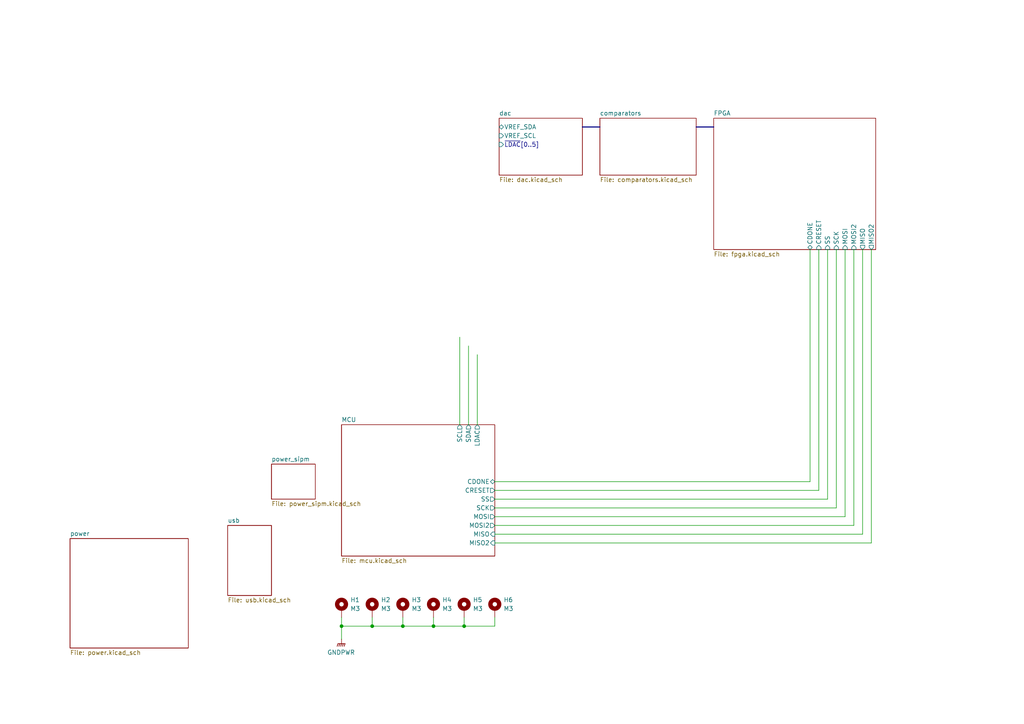
<source format=kicad_sch>
(kicad_sch (version 20250114) (generator "eeschema") (generator_version "9.0")
  (paper "A4")
  (lib_symbols
    (symbol "Mechanical:MountingHole_Pad" (pin_numbers (hide yes)) (pin_names (offset 1.016) (hide yes)) (in_bom no)
      (property "Reference" "H" (at 0 6.35 0))
      (property "Value" "MountingHole_Pad" (at 0 4.445 0))
      (symbol "MountingHole_Pad_0_1"
        (circle (center 0 1.27) (radius 1.27) (stroke (width 1.27)))
      )
      (symbol "MountingHole_Pad_1_1"
        (pin input line (at 0 -2.54 90) (length 2.54) (name "1") (number "1"))
      )
    )
    (symbol "power:GNDPWR" (power) (pin_numbers (hide yes)) (pin_names (offset 0) (hide yes))
      (property "Value" "GNDPWR" (at 0 -3.302 0))
      (symbol "GNDPWR_0_1"
        (polyline (pts (xy -1.016 -1.27) (xy -1.27 -2.032) (xy -1.27 -2.032)) (stroke (width 0.2032)))
        (polyline (pts (xy -0.508 -1.27) (xy -0.762 -2.032) (xy -0.762 -2.032)) (stroke (width 0.2032)))
        (polyline (pts (xy 0 -1.27) (xy 0 0)))
        (polyline (pts (xy 0 -1.27) (xy -0.254 -2.032) (xy -0.254 -2.032)) (stroke (width 0.2032)))
        (polyline (pts (xy 0.508 -1.27) (xy 0.254 -2.032) (xy 0.254 -2.032)) (stroke (width 0.2032)))
        (polyline (pts (xy 1.016 -1.27) (xy -1.016 -1.27) (xy -1.016 -1.27)) (stroke (width 0.2032)))
        (polyline (pts (xy 1.016 -1.27) (xy 0.762 -2.032) (xy 0.762 -2.032) (xy 0.762 -2.032)) (stroke (width 0.2032)))
      )
      (symbol "GNDPWR_1_1"
        (pin power_in line (at 0 0 270) (length 0) (name "~") (number "1"))
      )
    )
  )
  (junction (at 125.73 181.61))
  (junction (at 134.62 181.61))
  (junction (at 99.06 181.61))
  (junction (at 107.95 181.61))
  (junction (at 116.84 181.61))
  (wire (pts (xy 242.57 147.32) (xy 242.57 72.39)))
  (wire (pts (xy 245.11 149.86) (xy 245.11 72.39)))
  (wire (pts (xy 252.73 72.39) (xy 252.73 157.48)))
  (wire (pts (xy 116.84 181.61) (xy 125.73 181.61)))
  (wire (pts (xy 133.35 97.79) (xy 133.35 123.19)))
  (wire (pts (xy 134.62 181.61) (xy 143.51 181.61)))
  (wire (pts (xy 143.51 149.86) (xy 245.11 149.86)))
  (wire (pts (xy 107.95 181.61) (xy 116.84 181.61)))
  (wire (pts (xy 134.62 179.07) (xy 134.62 181.61)))
  (wire (pts (xy 247.65 72.39) (xy 247.65 152.4)))
  (wire (pts (xy 99.06 181.61) (xy 107.95 181.61)))
  (wire (pts (xy 99.06 179.07) (xy 99.06 181.61)))
  (wire (pts (xy 99.06 181.61) (xy 99.06 185.42)))
  (wire (pts (xy 250.19 154.94) (xy 250.19 72.39)))
  (wire (pts (xy 143.51 144.78) (xy 240.03 144.78)))
  (wire (pts (xy 143.51 147.32) (xy 242.57 147.32)))
  (wire (pts (xy 125.73 181.61) (xy 134.62 181.61)))
  (wire (pts (xy 234.95 72.39) (xy 234.95 139.7)))
  (wire (pts (xy 107.95 179.07) (xy 107.95 181.61)))
  (wire (pts (xy 252.73 157.48) (xy 143.51 157.48)))
  (wire (pts (xy 143.51 181.61) (xy 143.51 179.07)))
  (wire (pts (xy 135.89 100.33) (xy 135.89 123.19)))
  (wire (pts (xy 237.49 142.24) (xy 237.49 72.39)))
  (wire (pts (xy 116.84 179.07) (xy 116.84 181.61)))
  (wire (pts (xy 143.51 142.24) (xy 237.49 142.24)))
  (wire (pts (xy 240.03 144.78) (xy 240.03 72.39)))
  (wire (pts (xy 125.73 179.07) (xy 125.73 181.61)))
  (wire (pts (xy 143.51 152.4) (xy 247.65 152.4)))
  (wire (pts (xy 143.51 154.94) (xy 250.19 154.94)))
  (bus (pts (xy 168.91 36.83) (xy 173.99 36.83)))
  (bus (pts (xy 201.93 36.83) (xy 207.01 36.83)))
  (wire (pts (xy 138.43 102.87) (xy 138.43 123.19)))
  (wire (pts (xy 234.95 139.7) (xy 143.51 139.7)))
  (symbol (lib_id "Mechanical:MountingHole_Pad") (at 116.84 176.53 0) (unit 1) (in_bom no)
    (property "Reference" "H3" (at 119.38 173.9899 0) (effects (justify left)))
    (property "Value" "M3" (at 119.38 176.5299 0) (effects (justify left)))
    (property "Description" "Mounting Hole with connection" (effects (hide yes)))
  )
  (symbol (lib_id "Mechanical:MountingHole_Pad") (at 99.06 176.53 0) (unit 1) (in_bom no)
    (property "Reference" "H1" (at 101.6 173.9899 0) (effects (justify left)))
    (property "Value" "M3" (at 101.6 176.5299 0) (effects (justify left)))
    (property "Description" "Mounting Hole with connection" (effects (hide yes)))
  )
  (symbol (lib_id "Mechanical:MountingHole_Pad") (at 143.51 176.53 0) (unit 1) (in_bom no)
    (property "Reference" "H6" (at 146.05 173.9899 0) (effects (justify left)))
    (property "Value" "M3" (at 146.05 176.5299 0) (effects (justify left)))
    (property "Description" "Mounting Hole with connection" (effects (hide yes)))
  )
  (symbol (lib_id "Mechanical:MountingHole_Pad") (at 125.73 176.53 0) (unit 1) (in_bom no)
    (property "Reference" "H4" (at 128.27 173.9899 0) (effects (justify left)))
    (property "Value" "M3" (at 128.27 176.5299 0) (effects (justify left)))
    (property "Description" "Mounting Hole with connection" (effects (hide yes)))
  )
  (symbol (lib_id "Mechanical:MountingHole_Pad") (at 107.95 176.53 0) (unit 1) (in_bom no)
    (property "Reference" "H2" (at 110.49 173.9899 0) (effects (justify left)))
    (property "Value" "M3" (at 110.49 176.5299 0) (effects (justify left)))
    (property "Description" "Mounting Hole with connection" (effects (hide yes)))
  )
  (symbol (lib_id "Mechanical:MountingHole_Pad") (at 134.62 176.53 0) (unit 1) (in_bom no)
    (property "Reference" "H5" (at 137.16 173.9899 0) (effects (justify left)))
    (property "Value" "M3" (at 137.16 176.5299 0) (effects (justify left)))
    (property "Description" "Mounting Hole with connection" (effects (hide yes)))
  )
  (symbol (lib_id "power:GNDPWR") (at 99.06 185.42 0) (unit 1)
    (property "Reference" "#PWR050" (effects (hide yes)))
    (property "Value" "GNDPWR" (at 98.933 189.23 0))
    (property "Description" "Power symbol creates a global label with name \"GNDPWR\" , global ground" (effects (hide yes)))
  )
  (sheet (at 78.74 134.62) (size 12.7 10.16) (stroke (width 0.1524))
    (property "Sheetname" "power_sipm" (at 78.74 133.9084 0) (effects (justify left bottom)))
    (property "Sheetfile" "power_sipm.kicad_sch" (at 78.74 145.3646 0) (effects (justify left top)))
  )
  (sheet (at 207.01 34.29) (size 46.99 38.1) (stroke (width 0.1524))
    (property "Sheetname" "FPGA" (at 207.01 33.5784 0) (effects (justify left bottom)))
    (property "Sheetfile" "fpga.kicad_sch" (at 207.01 72.9746 0) (effects (justify left top)))
    (pin "MISO" output (at 250.19 72.39 270))
    (pin "MOSI" input (at 245.11 72.39 270))
    (pin "SCK" input (at 242.57 72.39 270))
    (pin "SS" input (at 240.03 72.39 270))
    (pin "MISO2" output (at 252.73 72.39 270))
    (pin "MOSI2" input (at 247.65 72.39 270))
    (pin "CDONE" bidirectional (at 234.95 72.39 270))
    (pin "CRESET" input (at 237.49 72.39 270))
  )
  (sheet (at 20.32 156.21) (size 34.29 31.75) (stroke (width 0.1524))
    (property "Sheetname" "power" (at 20.32 155.4984 0) (effects (justify left bottom)))
    (property "Sheetfile" "power.kicad_sch" (at 20.32 188.5446 0) (effects (justify left top)))
  )
  (sheet (at 66.04 152.4) (size 12.7 20.32) (stroke (width 0.1524))
    (property "Sheetname" "usb" (at 66.04 151.6884 0) (effects (justify left bottom)))
    (property "Sheetfile" "usb.kicad_sch" (at 66.04 173.3046 0) (effects (justify left top)))
  )
  (sheet (at 99.06 123.19) (size 44.45 38.1) (stroke (width 0.1524))
    (property "Sheetname" "MCU" (at 99.06 122.4784 0) (effects (justify left bottom)))
    (property "Sheetfile" "mcu.kicad_sch" (at 99.06 161.8746 0) (effects (justify left top)))
    (pin "LDAC" output (at 138.43 123.19 90))
    (pin "SCL" output (at 133.35 123.19 90))
    (pin "SDA" output (at 135.89 123.19 90))
    (pin "MISO" input (at 143.51 154.94 0))
    (pin "MOSI" output (at 143.51 149.86 0))
    (pin "SCK" output (at 143.51 147.32 0))
    (pin "SS" output (at 143.51 144.78 0))
    (pin "MISO2" input (at 143.51 157.48 0))
    (pin "MOSI2" output (at 143.51 152.4 0))
    (pin "CDONE" bidirectional (at 143.51 139.7 0))
    (pin "CRESET" output (at 143.51 142.24 0))
  )
  (sheet (at 173.99 34.29) (size 27.94 16.51) (stroke (width 0.1524))
    (property "Sheetname" "comparators" (at 173.99 33.5784 0) (effects (justify left bottom)))
    (property "Sheetfile" "comparators.kicad_sch" (at 173.99 51.3846 0) (effects (justify left top)))
  )
  (sheet (at 144.78 34.29) (size 24.13 16.51) (stroke (width 0.1524))
    (property "Sheetname" "dac" (at 144.78 33.5784 0) (effects (justify left bottom)))
    (property "Sheetfile" "dac.kicad_sch" (at 144.78 51.3846 0) (effects (justify left top)))
    (pin "VREF_SDA" bidirectional (at 144.78 36.83 180))
    (pin "VREF_SCL" input (at 144.78 39.37 180))
    (pin "~{LDAC}[0..5]" input (at 144.78 41.91 180))
  )
)
</source>
